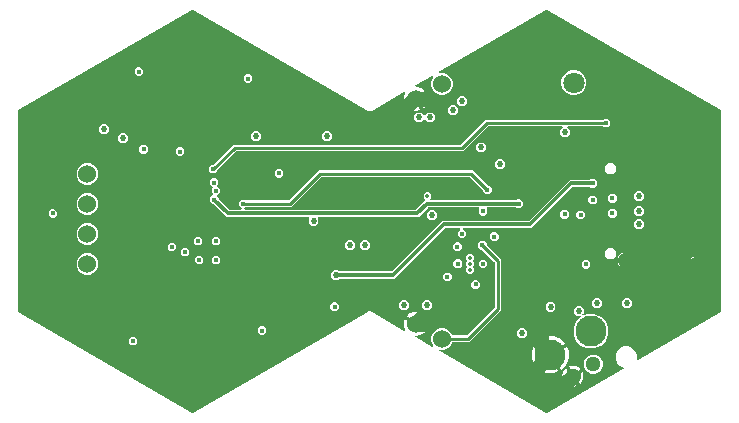
<source format=gbr>
G04 EAGLE Gerber RS-274X export*
G75*
%MOMM*%
%FSLAX34Y34*%
%LPD*%
%INCopper Layer 15*%
%IPPOS*%
%AMOC8*
5,1,8,0,0,1.08239X$1,22.5*%
G01*
%ADD10C,1.524000*%
%ADD11C,1.290000*%
%ADD12C,1.530000*%
%ADD13C,2.625000*%
%ADD14C,1.800000*%
%ADD15C,0.804800*%
%ADD16C,0.452400*%
%ADD17C,0.525000*%
%ADD18C,1.270000*%
%ADD19C,0.402400*%
%ADD20C,0.352400*%
%ADD21C,0.304800*%
%ADD22C,0.254000*%

G36*
X150814Y-81836D02*
X150814Y-81836D01*
X150870Y-81838D01*
X150935Y-81819D01*
X151002Y-81810D01*
X151075Y-81778D01*
X151106Y-81769D01*
X151123Y-81757D01*
X151156Y-81742D01*
X215508Y-44590D01*
X215525Y-44576D01*
X215545Y-44567D01*
X215619Y-44498D01*
X215698Y-44434D01*
X215710Y-44415D01*
X215726Y-44400D01*
X215775Y-44312D01*
X215829Y-44226D01*
X215834Y-44204D01*
X215844Y-44185D01*
X215863Y-44085D01*
X215886Y-43986D01*
X215884Y-43965D01*
X215888Y-43943D01*
X215873Y-43842D01*
X215864Y-43741D01*
X215856Y-43721D01*
X215852Y-43700D01*
X215806Y-43609D01*
X215766Y-43516D01*
X215751Y-43500D01*
X215741Y-43480D01*
X215669Y-43409D01*
X215600Y-43334D01*
X215581Y-43323D01*
X215565Y-43308D01*
X215418Y-43227D01*
X213063Y-42251D01*
X210524Y-39713D01*
X209150Y-36396D01*
X209150Y-32805D01*
X210524Y-29488D01*
X213063Y-26950D01*
X216380Y-25576D01*
X219970Y-25576D01*
X223287Y-26950D01*
X225825Y-29488D01*
X227199Y-32805D01*
X227199Y-36521D01*
X227215Y-36615D01*
X227223Y-36710D01*
X227235Y-36736D01*
X227239Y-36764D01*
X227284Y-36848D01*
X227322Y-36935D01*
X227341Y-36956D01*
X227354Y-36981D01*
X227423Y-37047D01*
X227487Y-37118D01*
X227512Y-37131D01*
X227533Y-37151D01*
X227619Y-37191D01*
X227702Y-37237D01*
X227730Y-37242D01*
X227756Y-37254D01*
X227850Y-37265D01*
X227944Y-37282D01*
X227972Y-37278D01*
X228000Y-37281D01*
X228093Y-37261D01*
X228188Y-37248D01*
X228220Y-37234D01*
X228240Y-37229D01*
X228269Y-37212D01*
X228341Y-37180D01*
X298370Y3249D01*
X298422Y3292D01*
X298480Y3327D01*
X298516Y3369D01*
X298560Y3405D01*
X298596Y3462D01*
X298640Y3514D01*
X298661Y3566D01*
X298691Y3613D01*
X298707Y3679D01*
X298732Y3742D01*
X298741Y3821D01*
X298748Y3853D01*
X298746Y3873D01*
X298750Y3909D01*
X298750Y173891D01*
X298739Y173958D01*
X298738Y174026D01*
X298720Y174079D01*
X298711Y174134D01*
X298679Y174194D01*
X298656Y174258D01*
X298622Y174302D01*
X298595Y174352D01*
X298546Y174398D01*
X298505Y174451D01*
X298441Y174498D01*
X298417Y174521D01*
X298398Y174530D01*
X298370Y174551D01*
X151156Y259542D01*
X151092Y259566D01*
X151033Y259599D01*
X150978Y259609D01*
X150926Y259629D01*
X150858Y259632D01*
X150792Y259644D01*
X150736Y259636D01*
X150680Y259638D01*
X150615Y259619D01*
X150548Y259610D01*
X150475Y259578D01*
X150444Y259569D01*
X150427Y259557D01*
X150394Y259542D01*
X60157Y207445D01*
X60120Y207415D01*
X60077Y207392D01*
X60025Y207338D01*
X59967Y207289D01*
X59941Y207249D01*
X59908Y207214D01*
X59876Y207145D01*
X59836Y207081D01*
X59825Y207034D01*
X59804Y206991D01*
X59796Y206916D01*
X59778Y206842D01*
X59783Y206794D01*
X59777Y206747D01*
X59793Y206672D01*
X59800Y206597D01*
X59819Y206553D01*
X59830Y206506D01*
X59868Y206441D01*
X59899Y206372D01*
X59931Y206336D01*
X59956Y206295D01*
X60013Y206246D01*
X60064Y206190D01*
X60106Y206166D01*
X60143Y206135D01*
X60213Y206107D01*
X60279Y206070D01*
X60326Y206061D01*
X60371Y206043D01*
X60499Y206029D01*
X60521Y206025D01*
X60528Y206026D01*
X60538Y206025D01*
X63737Y206025D01*
X67110Y204628D01*
X69690Y202047D01*
X71087Y198675D01*
X71087Y195025D01*
X69690Y191653D01*
X67110Y189072D01*
X63737Y187675D01*
X60088Y187675D01*
X56715Y189072D01*
X54135Y191653D01*
X52738Y195025D01*
X52738Y198675D01*
X54135Y202047D01*
X54592Y202504D01*
X54606Y202524D01*
X54624Y202539D01*
X54677Y202623D01*
X54735Y202704D01*
X54742Y202727D01*
X54755Y202747D01*
X54778Y202844D01*
X54807Y202939D01*
X54807Y202963D01*
X54812Y202986D01*
X54804Y203085D01*
X54801Y203185D01*
X54793Y203207D01*
X54791Y203231D01*
X54751Y203322D01*
X54717Y203416D01*
X54702Y203435D01*
X54692Y203457D01*
X54625Y203531D01*
X54563Y203608D01*
X54543Y203621D01*
X54527Y203639D01*
X54439Y203687D01*
X54356Y203741D01*
X54333Y203747D01*
X54312Y203758D01*
X54214Y203777D01*
X54118Y203801D01*
X54094Y203799D01*
X54070Y203803D01*
X53972Y203790D01*
X53872Y203782D01*
X53850Y203772D01*
X53826Y203769D01*
X53673Y203702D01*
X39919Y195761D01*
X39882Y195731D01*
X39840Y195708D01*
X39787Y195654D01*
X39729Y195605D01*
X39703Y195565D01*
X39670Y195530D01*
X39638Y195461D01*
X39598Y195397D01*
X39587Y195350D01*
X39567Y195307D01*
X39558Y195232D01*
X39540Y195158D01*
X39545Y195110D01*
X39539Y195063D01*
X39556Y194988D01*
X39562Y194913D01*
X39582Y194869D01*
X39592Y194822D01*
X39631Y194757D01*
X39661Y194688D01*
X39693Y194652D01*
X39718Y194611D01*
X39775Y194562D01*
X39826Y194506D01*
X39868Y194482D01*
X39905Y194451D01*
X39975Y194423D01*
X40041Y194386D01*
X40088Y194377D01*
X40133Y194359D01*
X40261Y194345D01*
X40283Y194341D01*
X40290Y194342D01*
X40300Y194341D01*
X40717Y194341D01*
X42302Y194090D01*
X43827Y193594D01*
X45257Y192866D01*
X46554Y191923D01*
X47688Y190789D01*
X47889Y190512D01*
X39814Y185850D01*
X39798Y185838D01*
X39780Y185830D01*
X39703Y185760D01*
X39623Y185694D01*
X39613Y185678D01*
X39598Y185664D01*
X39548Y185574D01*
X39493Y185486D01*
X39488Y185467D01*
X39478Y185449D01*
X39459Y185348D01*
X39435Y185247D01*
X39437Y185227D01*
X39433Y185207D01*
X39448Y185105D01*
X39457Y185002D01*
X39465Y184984D01*
X39468Y184964D01*
X39535Y184810D01*
X39917Y184150D01*
X39915Y184149D01*
X39534Y184809D01*
X39521Y184825D01*
X39513Y184843D01*
X39443Y184920D01*
X39378Y185000D01*
X39361Y185010D01*
X39348Y185025D01*
X39257Y185076D01*
X39170Y185131D01*
X39150Y185135D01*
X39133Y185145D01*
X39031Y185164D01*
X38930Y185188D01*
X38911Y185186D01*
X38891Y185190D01*
X38788Y185175D01*
X38685Y185166D01*
X38667Y185158D01*
X38647Y185155D01*
X38494Y185088D01*
X30412Y180422D01*
X29976Y181764D01*
X29725Y183348D01*
X29725Y184952D01*
X29976Y186536D01*
X30471Y188062D01*
X30925Y188953D01*
X30934Y188979D01*
X30949Y189003D01*
X30971Y189096D01*
X31000Y189187D01*
X30999Y189215D01*
X31006Y189242D01*
X30998Y189337D01*
X30996Y189433D01*
X30987Y189459D01*
X30984Y189487D01*
X30946Y189574D01*
X30914Y189665D01*
X30897Y189687D01*
X30886Y189712D01*
X30821Y189783D01*
X30762Y189858D01*
X30739Y189874D01*
X30720Y189894D01*
X30637Y189941D01*
X30557Y189993D01*
X30530Y190001D01*
X30505Y190014D01*
X30411Y190032D01*
X30319Y190056D01*
X30291Y190054D01*
X30263Y190059D01*
X30169Y190046D01*
X30074Y190039D01*
X30048Y190029D01*
X30020Y190025D01*
X29866Y189957D01*
X2434Y174120D01*
X2344Y174047D01*
X2255Y173976D01*
X2249Y173968D01*
X2244Y173964D01*
X2232Y173945D01*
X2155Y173841D01*
X2109Y173761D01*
X1653Y173639D01*
X1639Y173633D01*
X1623Y173631D01*
X1470Y173563D01*
X1061Y173327D01*
X972Y173351D01*
X858Y173362D01*
X744Y173376D01*
X734Y173375D01*
X727Y173375D01*
X705Y173370D01*
X578Y173351D01*
X489Y173327D01*
X80Y173563D01*
X66Y173569D01*
X53Y173578D01*
X-103Y173639D01*
X-559Y173761D01*
X-605Y173841D01*
X-678Y173930D01*
X-749Y174020D01*
X-757Y174026D01*
X-761Y174031D01*
X-780Y174043D01*
X-884Y174120D01*
X-148844Y259542D01*
X-148908Y259566D01*
X-148967Y259599D01*
X-149022Y259609D01*
X-149074Y259629D01*
X-149142Y259632D01*
X-149208Y259644D01*
X-149264Y259636D01*
X-149320Y259638D01*
X-149385Y259619D01*
X-149452Y259610D01*
X-149525Y259578D01*
X-149556Y259569D01*
X-149573Y259557D01*
X-149606Y259542D01*
X-296820Y174551D01*
X-296872Y174508D01*
X-296930Y174473D01*
X-296966Y174431D01*
X-297010Y174395D01*
X-297046Y174338D01*
X-297090Y174286D01*
X-297111Y174234D01*
X-297141Y174187D01*
X-297157Y174121D01*
X-297182Y174058D01*
X-297191Y173979D01*
X-297198Y173947D01*
X-297196Y173927D01*
X-297200Y173891D01*
X-297200Y3909D01*
X-297189Y3842D01*
X-297188Y3774D01*
X-297170Y3721D01*
X-297161Y3666D01*
X-297129Y3606D01*
X-297106Y3542D01*
X-297072Y3498D01*
X-297045Y3448D01*
X-296996Y3402D01*
X-296955Y3349D01*
X-296891Y3302D01*
X-296867Y3279D01*
X-296848Y3270D01*
X-296820Y3249D01*
X-149606Y-81742D01*
X-149542Y-81766D01*
X-149483Y-81799D01*
X-149428Y-81809D01*
X-149376Y-81829D01*
X-149308Y-81832D01*
X-149242Y-81844D01*
X-149186Y-81836D01*
X-149130Y-81838D01*
X-149065Y-81819D01*
X-148998Y-81810D01*
X-148925Y-81778D01*
X-148894Y-81769D01*
X-148877Y-81757D01*
X-148844Y-81742D01*
X-884Y3680D01*
X-794Y3753D01*
X-705Y3824D01*
X-699Y3832D01*
X-694Y3836D01*
X-682Y3855D01*
X-605Y3959D01*
X-559Y4039D01*
X-103Y4161D01*
X-89Y4167D01*
X-73Y4170D01*
X80Y4237D01*
X489Y4473D01*
X578Y4449D01*
X692Y4438D01*
X806Y4424D01*
X816Y4425D01*
X823Y4425D01*
X844Y4429D01*
X972Y4449D01*
X1061Y4473D01*
X1470Y4237D01*
X1484Y4231D01*
X1497Y4222D01*
X1653Y4161D01*
X2109Y4039D01*
X2155Y3959D01*
X2228Y3870D01*
X2299Y3780D01*
X2307Y3774D01*
X2311Y3769D01*
X2330Y3757D01*
X2434Y3680D01*
X29866Y-12157D01*
X29893Y-12167D01*
X29915Y-12183D01*
X30007Y-12211D01*
X30096Y-12244D01*
X30124Y-12245D01*
X30151Y-12253D01*
X30247Y-12250D01*
X30342Y-12253D01*
X30369Y-12245D01*
X30397Y-12244D01*
X30486Y-12211D01*
X30578Y-12184D01*
X30601Y-12167D01*
X30627Y-12158D01*
X30701Y-12097D01*
X30779Y-12042D01*
X30796Y-12020D01*
X30818Y-12002D01*
X30868Y-11921D01*
X30925Y-11844D01*
X30934Y-11817D01*
X30948Y-11794D01*
X30971Y-11701D01*
X31000Y-11610D01*
X30999Y-11582D01*
X31006Y-11554D01*
X30998Y-11459D01*
X30996Y-11364D01*
X30987Y-11337D01*
X30984Y-11309D01*
X30925Y-11153D01*
X30471Y-10262D01*
X29976Y-8736D01*
X29725Y-7152D01*
X29725Y-5548D01*
X29976Y-3964D01*
X30412Y-2622D01*
X38494Y-7288D01*
X38512Y-7295D01*
X38529Y-7307D01*
X38627Y-7338D01*
X38724Y-7375D01*
X38744Y-7376D01*
X38763Y-7382D01*
X38866Y-7380D01*
X38970Y-7384D01*
X38989Y-7378D01*
X39009Y-7378D01*
X39106Y-7344D01*
X39206Y-7314D01*
X39222Y-7303D01*
X39241Y-7296D01*
X39322Y-7232D01*
X39407Y-7173D01*
X39419Y-7157D01*
X39434Y-7145D01*
X39534Y-7009D01*
X39915Y-6349D01*
X39917Y-6350D01*
X39535Y-7010D01*
X39528Y-7029D01*
X39516Y-7045D01*
X39485Y-7144D01*
X39448Y-7240D01*
X39448Y-7260D01*
X39441Y-7279D01*
X39443Y-7383D01*
X39439Y-7486D01*
X39445Y-7505D01*
X39445Y-7525D01*
X39480Y-7623D01*
X39509Y-7722D01*
X39520Y-7738D01*
X39527Y-7757D01*
X39591Y-7839D01*
X39650Y-7923D01*
X39666Y-7935D01*
X39679Y-7951D01*
X39814Y-8050D01*
X47889Y-12712D01*
X47688Y-12989D01*
X46554Y-14123D01*
X45257Y-15066D01*
X43827Y-15794D01*
X42302Y-16290D01*
X40717Y-16541D01*
X40300Y-16541D01*
X40252Y-16548D01*
X40204Y-16547D01*
X40132Y-16568D01*
X40057Y-16580D01*
X40015Y-16603D01*
X39969Y-16617D01*
X39906Y-16660D01*
X39840Y-16696D01*
X39807Y-16730D01*
X39767Y-16758D01*
X39722Y-16819D01*
X39670Y-16874D01*
X39650Y-16917D01*
X39622Y-16956D01*
X39598Y-17028D01*
X39567Y-17097D01*
X39561Y-17145D01*
X39547Y-17190D01*
X39548Y-17266D01*
X39539Y-17341D01*
X39550Y-17388D01*
X39550Y-17436D01*
X39576Y-17508D01*
X39592Y-17582D01*
X39616Y-17623D01*
X39632Y-17668D01*
X39679Y-17728D01*
X39718Y-17793D01*
X39754Y-17824D01*
X39784Y-17862D01*
X39888Y-17938D01*
X39905Y-17953D01*
X39911Y-17955D01*
X39919Y-17961D01*
X53673Y-25902D01*
X53695Y-25910D01*
X53715Y-25924D01*
X53810Y-25953D01*
X53903Y-25989D01*
X53927Y-25989D01*
X53950Y-25997D01*
X54049Y-25994D01*
X54149Y-25998D01*
X54172Y-25991D01*
X54196Y-25990D01*
X54289Y-25956D01*
X54384Y-25928D01*
X54404Y-25914D01*
X54427Y-25906D01*
X54504Y-25844D01*
X54586Y-25786D01*
X54600Y-25767D01*
X54619Y-25752D01*
X54672Y-25669D01*
X54731Y-25588D01*
X54739Y-25565D01*
X54752Y-25545D01*
X54776Y-25449D01*
X54806Y-25354D01*
X54806Y-25330D01*
X54812Y-25307D01*
X54804Y-25208D01*
X54803Y-25108D01*
X54795Y-25085D01*
X54793Y-25061D01*
X54754Y-24970D01*
X54721Y-24876D01*
X54706Y-24857D01*
X54696Y-24835D01*
X54592Y-24704D01*
X54135Y-24247D01*
X52738Y-20875D01*
X52738Y-17225D01*
X54135Y-13853D01*
X56715Y-11272D01*
X60088Y-9875D01*
X63737Y-9875D01*
X67110Y-11272D01*
X69690Y-13853D01*
X70491Y-15785D01*
X70552Y-15885D01*
X70612Y-15985D01*
X70617Y-15989D01*
X70621Y-15994D01*
X70710Y-16069D01*
X70799Y-16145D01*
X70805Y-16147D01*
X70810Y-16151D01*
X70918Y-16193D01*
X71027Y-16237D01*
X71035Y-16238D01*
X71040Y-16239D01*
X71058Y-16240D01*
X71194Y-16255D01*
X82665Y-16255D01*
X82755Y-16241D01*
X82846Y-16233D01*
X82875Y-16221D01*
X82907Y-16216D01*
X82988Y-16173D01*
X83072Y-16137D01*
X83104Y-16111D01*
X83125Y-16100D01*
X83147Y-16077D01*
X83203Y-16032D01*
X106520Y7285D01*
X106573Y7359D01*
X106632Y7428D01*
X106645Y7458D01*
X106663Y7484D01*
X106690Y7571D01*
X106724Y7656D01*
X106729Y7697D01*
X106736Y7719D01*
X106735Y7752D01*
X106743Y7823D01*
X106743Y45092D01*
X106728Y45182D01*
X106721Y45273D01*
X106708Y45302D01*
X106703Y45334D01*
X106660Y45415D01*
X106625Y45499D01*
X106599Y45531D01*
X106588Y45552D01*
X106565Y45574D01*
X106520Y45630D01*
X96083Y56066D01*
X96009Y56119D01*
X95940Y56179D01*
X95910Y56191D01*
X95884Y56210D01*
X95797Y56237D01*
X95712Y56271D01*
X95671Y56275D01*
X95649Y56282D01*
X95616Y56281D01*
X95545Y56289D01*
X94457Y56289D01*
X92239Y58507D01*
X92239Y61645D01*
X94457Y63863D01*
X97595Y63863D01*
X99813Y61645D01*
X99813Y60557D01*
X99827Y60467D01*
X99835Y60376D01*
X99847Y60346D01*
X99852Y60314D01*
X99895Y60234D01*
X99931Y60150D01*
X99957Y60118D01*
X99968Y60097D01*
X99991Y60075D01*
X100036Y60019D01*
X112332Y47722D01*
X112332Y5192D01*
X87155Y-19985D01*
X85295Y-21845D01*
X71194Y-21845D01*
X71079Y-21864D01*
X70963Y-21881D01*
X70958Y-21883D01*
X70951Y-21884D01*
X70849Y-21939D01*
X70744Y-21992D01*
X70740Y-21997D01*
X70734Y-22000D01*
X70654Y-22084D01*
X70572Y-22168D01*
X70568Y-22174D01*
X70565Y-22178D01*
X70557Y-22195D01*
X70491Y-22315D01*
X69690Y-24247D01*
X67110Y-26828D01*
X63737Y-28225D01*
X60538Y-28225D01*
X60490Y-28232D01*
X60442Y-28231D01*
X60370Y-28252D01*
X60295Y-28264D01*
X60252Y-28287D01*
X60206Y-28301D01*
X60144Y-28344D01*
X60077Y-28380D01*
X60044Y-28414D01*
X60005Y-28442D01*
X59960Y-28503D01*
X59908Y-28558D01*
X59888Y-28601D01*
X59859Y-28640D01*
X59836Y-28712D01*
X59804Y-28781D01*
X59799Y-28829D01*
X59785Y-28874D01*
X59786Y-28950D01*
X59777Y-29025D01*
X59788Y-29072D01*
X59788Y-29120D01*
X59813Y-29192D01*
X59830Y-29266D01*
X59854Y-29307D01*
X59870Y-29352D01*
X59917Y-29412D01*
X59956Y-29477D01*
X59992Y-29508D01*
X60022Y-29546D01*
X60126Y-29622D01*
X60143Y-29637D01*
X60149Y-29639D01*
X60157Y-29645D01*
X150394Y-81742D01*
X150458Y-81766D01*
X150517Y-81799D01*
X150572Y-81809D01*
X150624Y-81829D01*
X150692Y-81832D01*
X150758Y-81844D01*
X150814Y-81836D01*
G37*
%LPC*%
G36*
X-48319Y76813D02*
X-48319Y76813D01*
X-50750Y79244D01*
X-50750Y82681D01*
X-50467Y82964D01*
X-50425Y83023D01*
X-50376Y83074D01*
X-50354Y83122D01*
X-50323Y83164D01*
X-50302Y83232D01*
X-50272Y83298D01*
X-50266Y83349D01*
X-50251Y83399D01*
X-50253Y83471D01*
X-50245Y83542D01*
X-50256Y83593D01*
X-50257Y83645D01*
X-50282Y83712D01*
X-50297Y83782D01*
X-50324Y83827D01*
X-50342Y83876D01*
X-50387Y83932D01*
X-50423Y83993D01*
X-50463Y84027D01*
X-50495Y84068D01*
X-50556Y84107D01*
X-50610Y84153D01*
X-50659Y84173D01*
X-50702Y84201D01*
X-50772Y84218D01*
X-50838Y84245D01*
X-50910Y84253D01*
X-50941Y84261D01*
X-50964Y84259D01*
X-51005Y84264D01*
X-120528Y84264D01*
X-131063Y94799D01*
X-131137Y94852D01*
X-131206Y94911D01*
X-131236Y94924D01*
X-131262Y94942D01*
X-131349Y94969D01*
X-131434Y95003D01*
X-131475Y95008D01*
X-131497Y95015D01*
X-131530Y95014D01*
X-131601Y95022D01*
X-132329Y95022D01*
X-134547Y97240D01*
X-134547Y100377D01*
X-132297Y102628D01*
X-132253Y102635D01*
X-132190Y102669D01*
X-132123Y102693D01*
X-132082Y102726D01*
X-132036Y102750D01*
X-131987Y102802D01*
X-131931Y102847D01*
X-131903Y102891D01*
X-131867Y102928D01*
X-131837Y102993D01*
X-131798Y103054D01*
X-131785Y103104D01*
X-131763Y103151D01*
X-131755Y103223D01*
X-131738Y103292D01*
X-131742Y103344D01*
X-131736Y103396D01*
X-131751Y103466D01*
X-131757Y103537D01*
X-131777Y103585D01*
X-131788Y103636D01*
X-131825Y103698D01*
X-131853Y103764D01*
X-131898Y103820D01*
X-131914Y103847D01*
X-131932Y103863D01*
X-131958Y103895D01*
X-132961Y104898D01*
X-132961Y107827D01*
X-132373Y108415D01*
X-132361Y108432D01*
X-132346Y108444D01*
X-132289Y108531D01*
X-132229Y108615D01*
X-132223Y108634D01*
X-132213Y108651D01*
X-132187Y108752D01*
X-132157Y108850D01*
X-132157Y108870D01*
X-132152Y108890D01*
X-132161Y108993D01*
X-132163Y109096D01*
X-132170Y109115D01*
X-132172Y109135D01*
X-132212Y109230D01*
X-132248Y109327D01*
X-132260Y109343D01*
X-132268Y109361D01*
X-132373Y109492D01*
X-134548Y111668D01*
X-134548Y114597D01*
X-132476Y116669D01*
X-129547Y116669D01*
X-127475Y114597D01*
X-127475Y111668D01*
X-128063Y111080D01*
X-128074Y111063D01*
X-128090Y111051D01*
X-128146Y110964D01*
X-128206Y110880D01*
X-128212Y110861D01*
X-128223Y110844D01*
X-128248Y110744D01*
X-128279Y110645D01*
X-128278Y110625D01*
X-128283Y110605D01*
X-128275Y110503D01*
X-128272Y110399D01*
X-128265Y110380D01*
X-128264Y110360D01*
X-128224Y110265D01*
X-128188Y110168D01*
X-128175Y110152D01*
X-128168Y110134D01*
X-128063Y110003D01*
X-125887Y107827D01*
X-125887Y104898D01*
X-128153Y102632D01*
X-128164Y102616D01*
X-128180Y102604D01*
X-128236Y102516D01*
X-128296Y102432D01*
X-128302Y102413D01*
X-128313Y102397D01*
X-128338Y102296D01*
X-128369Y102197D01*
X-128368Y102177D01*
X-128373Y102158D01*
X-128365Y102055D01*
X-128362Y101951D01*
X-128355Y101933D01*
X-128354Y101913D01*
X-128313Y101818D01*
X-128278Y101720D01*
X-128265Y101705D01*
X-128257Y101687D01*
X-128153Y101556D01*
X-126974Y100377D01*
X-126974Y99649D01*
X-126959Y99559D01*
X-126952Y99468D01*
X-126940Y99438D01*
X-126934Y99406D01*
X-126892Y99325D01*
X-126856Y99241D01*
X-126830Y99209D01*
X-126819Y99189D01*
X-126796Y99166D01*
X-126751Y99110D01*
X-118225Y90584D01*
X-118151Y90531D01*
X-118081Y90472D01*
X-118051Y90459D01*
X-118025Y90441D01*
X-117938Y90414D01*
X-117853Y90380D01*
X-117812Y90375D01*
X-117790Y90368D01*
X-117758Y90369D01*
X-117687Y90361D01*
X-108313Y90361D01*
X-108243Y90373D01*
X-108171Y90375D01*
X-108122Y90393D01*
X-108070Y90401D01*
X-108007Y90435D01*
X-107940Y90459D01*
X-107899Y90492D01*
X-107853Y90516D01*
X-107804Y90568D01*
X-107748Y90613D01*
X-107720Y90657D01*
X-107684Y90694D01*
X-107654Y90759D01*
X-107615Y90820D01*
X-107602Y90870D01*
X-107580Y90917D01*
X-107572Y90989D01*
X-107555Y91058D01*
X-107559Y91110D01*
X-107553Y91162D01*
X-107568Y91232D01*
X-107574Y91303D01*
X-107594Y91351D01*
X-107605Y91402D01*
X-107642Y91464D01*
X-107670Y91530D01*
X-107715Y91586D01*
X-107731Y91613D01*
X-107749Y91629D01*
X-107775Y91661D01*
X-109899Y93785D01*
X-109899Y96715D01*
X-107827Y98787D01*
X-104898Y98787D01*
X-104378Y98268D01*
X-104305Y98215D01*
X-104235Y98155D01*
X-104205Y98143D01*
X-104179Y98124D01*
X-104092Y98097D01*
X-104007Y98063D01*
X-103966Y98059D01*
X-103944Y98052D01*
X-103911Y98053D01*
X-103840Y98045D01*
X-68148Y98045D01*
X-68058Y98059D01*
X-67967Y98067D01*
X-67937Y98079D01*
X-67905Y98084D01*
X-67825Y98127D01*
X-67741Y98163D01*
X-67709Y98189D01*
X-67688Y98200D01*
X-67666Y98223D01*
X-67610Y98268D01*
X-42433Y123445D01*
X88170Y123445D01*
X100818Y110797D01*
X100892Y110744D01*
X100961Y110685D01*
X100991Y110672D01*
X101017Y110654D01*
X101104Y110627D01*
X101189Y110593D01*
X101230Y110588D01*
X101252Y110581D01*
X101285Y110582D01*
X101356Y110574D01*
X102090Y110574D01*
X104162Y108502D01*
X104162Y105573D01*
X102090Y103501D01*
X99160Y103501D01*
X97088Y105573D01*
X97088Y106307D01*
X97074Y106397D01*
X97066Y106488D01*
X97054Y106517D01*
X97049Y106549D01*
X97006Y106630D01*
X96970Y106714D01*
X96944Y106746D01*
X96933Y106767D01*
X96910Y106789D01*
X96865Y106845D01*
X86078Y117632D01*
X86004Y117685D01*
X85934Y117745D01*
X85904Y117757D01*
X85878Y117776D01*
X85791Y117803D01*
X85706Y117837D01*
X85665Y117841D01*
X85643Y117848D01*
X85611Y117847D01*
X85540Y117855D01*
X-39802Y117855D01*
X-39892Y117841D01*
X-39983Y117833D01*
X-40013Y117821D01*
X-40045Y117816D01*
X-40125Y117773D01*
X-40209Y117737D01*
X-40241Y117711D01*
X-40262Y117700D01*
X-40284Y117677D01*
X-40340Y117632D01*
X-65517Y92455D01*
X-103840Y92455D01*
X-103930Y92441D01*
X-104021Y92433D01*
X-104051Y92421D01*
X-104083Y92416D01*
X-104163Y92373D01*
X-104248Y92337D01*
X-104280Y92311D01*
X-104300Y92300D01*
X-104322Y92277D01*
X-104378Y92232D01*
X-104950Y91661D01*
X-104992Y91602D01*
X-105041Y91551D01*
X-105063Y91503D01*
X-105094Y91461D01*
X-105115Y91393D01*
X-105145Y91327D01*
X-105151Y91276D01*
X-105166Y91226D01*
X-105164Y91154D01*
X-105172Y91083D01*
X-105161Y91032D01*
X-105160Y90980D01*
X-105135Y90913D01*
X-105120Y90843D01*
X-105093Y90798D01*
X-105075Y90749D01*
X-105030Y90693D01*
X-104994Y90632D01*
X-104954Y90598D01*
X-104921Y90557D01*
X-104861Y90518D01*
X-104807Y90472D01*
X-104758Y90452D01*
X-104715Y90424D01*
X-104645Y90407D01*
X-104578Y90380D01*
X-104507Y90372D01*
X-104476Y90364D01*
X-104453Y90366D01*
X-104412Y90361D01*
X39697Y90361D01*
X39787Y90376D01*
X39878Y90383D01*
X39908Y90396D01*
X39940Y90401D01*
X40020Y90444D01*
X40104Y90479D01*
X40136Y90505D01*
X40157Y90516D01*
X40179Y90539D01*
X40235Y90584D01*
X47651Y98000D01*
X47662Y98016D01*
X47678Y98028D01*
X47734Y98116D01*
X47794Y98199D01*
X47800Y98218D01*
X47811Y98235D01*
X47836Y98336D01*
X47867Y98435D01*
X47866Y98454D01*
X47871Y98474D01*
X47863Y98577D01*
X47860Y98680D01*
X47853Y98699D01*
X47852Y98719D01*
X47811Y98814D01*
X47776Y98911D01*
X47763Y98927D01*
X47755Y98945D01*
X47651Y99076D01*
X46488Y100239D01*
X46488Y102961D01*
X48414Y104887D01*
X51136Y104887D01*
X53062Y102961D01*
X53062Y100239D01*
X52421Y99598D01*
X52380Y99540D01*
X52330Y99488D01*
X52308Y99441D01*
X52278Y99399D01*
X52257Y99330D01*
X52227Y99265D01*
X52221Y99213D01*
X52205Y99163D01*
X52207Y99092D01*
X52199Y99021D01*
X52211Y98970D01*
X52212Y98918D01*
X52236Y98850D01*
X52252Y98780D01*
X52278Y98735D01*
X52296Y98687D01*
X52341Y98631D01*
X52378Y98569D01*
X52417Y98535D01*
X52450Y98495D01*
X52510Y98456D01*
X52565Y98409D01*
X52613Y98390D01*
X52657Y98362D01*
X52726Y98344D01*
X52793Y98317D01*
X52864Y98309D01*
X52895Y98301D01*
X52919Y98303D01*
X52960Y98299D01*
X124378Y98299D01*
X124468Y98313D01*
X124559Y98321D01*
X124589Y98333D01*
X124621Y98338D01*
X124702Y98381D01*
X124785Y98417D01*
X124818Y98443D01*
X124838Y98454D01*
X124860Y98477D01*
X124916Y98522D01*
X125431Y99037D01*
X128569Y99037D01*
X130787Y96819D01*
X130787Y93681D01*
X128569Y91463D01*
X125431Y91463D01*
X124916Y91978D01*
X124842Y92031D01*
X124773Y92091D01*
X124743Y92103D01*
X124717Y92122D01*
X124630Y92149D01*
X124545Y92183D01*
X124504Y92187D01*
X124482Y92194D01*
X124449Y92193D01*
X124378Y92201D01*
X100729Y92201D01*
X100659Y92190D01*
X100587Y92188D01*
X100538Y92170D01*
X100487Y92162D01*
X100423Y92128D01*
X100356Y92103D01*
X100315Y92071D01*
X100269Y92046D01*
X100220Y91995D01*
X100164Y91950D01*
X100136Y91906D01*
X100100Y91868D01*
X100070Y91803D01*
X100031Y91743D01*
X100018Y91692D01*
X99996Y91645D01*
X99988Y91574D01*
X99971Y91504D01*
X99975Y91452D01*
X99969Y91401D01*
X99984Y91330D01*
X99990Y91259D01*
X100010Y91211D01*
X100021Y91160D01*
X100058Y91099D01*
X100086Y91033D01*
X100131Y90977D01*
X100148Y90949D01*
X100165Y90934D01*
X100191Y90902D01*
X100624Y90469D01*
X100624Y87331D01*
X98406Y85113D01*
X95269Y85113D01*
X93051Y87331D01*
X93051Y90469D01*
X93484Y90902D01*
X93526Y90960D01*
X93575Y91012D01*
X93597Y91059D01*
X93628Y91101D01*
X93649Y91170D01*
X93679Y91235D01*
X93685Y91287D01*
X93700Y91337D01*
X93698Y91408D01*
X93706Y91479D01*
X93695Y91530D01*
X93694Y91582D01*
X93669Y91650D01*
X93654Y91720D01*
X93627Y91765D01*
X93609Y91813D01*
X93564Y91869D01*
X93527Y91931D01*
X93488Y91965D01*
X93455Y92005D01*
X93395Y92044D01*
X93341Y92091D01*
X93292Y92110D01*
X93248Y92138D01*
X93179Y92156D01*
X93112Y92183D01*
X93041Y92191D01*
X93010Y92199D01*
X92987Y92197D01*
X92946Y92201D01*
X50791Y92201D01*
X50701Y92187D01*
X50610Y92179D01*
X50580Y92167D01*
X50548Y92162D01*
X50467Y92119D01*
X50383Y92083D01*
X50351Y92057D01*
X50331Y92046D01*
X50308Y92023D01*
X50252Y91978D01*
X42538Y84264D01*
X-42195Y84264D01*
X-42266Y84252D01*
X-42337Y84250D01*
X-42386Y84232D01*
X-42438Y84224D01*
X-42501Y84191D01*
X-42568Y84166D01*
X-42609Y84133D01*
X-42655Y84109D01*
X-42704Y84057D01*
X-42760Y84012D01*
X-42788Y83968D01*
X-42824Y83931D01*
X-42855Y83865D01*
X-42893Y83805D01*
X-42906Y83755D01*
X-42928Y83708D01*
X-42936Y83636D01*
X-42953Y83567D01*
X-42949Y83515D01*
X-42955Y83463D01*
X-42940Y83393D01*
X-42934Y83321D01*
X-42914Y83274D01*
X-42903Y83223D01*
X-42866Y83161D01*
X-42838Y83095D01*
X-42793Y83039D01*
X-42777Y83012D01*
X-42759Y82996D01*
X-42733Y82964D01*
X-42450Y82681D01*
X-42450Y79244D01*
X-44881Y76813D01*
X-48319Y76813D01*
G37*
%LPD*%
%LPC*%
G36*
X-133054Y120918D02*
X-133054Y120918D01*
X-135125Y122990D01*
X-135125Y125920D01*
X-133054Y127992D01*
X-132320Y127992D01*
X-132230Y128006D01*
X-132139Y128014D01*
X-132109Y128026D01*
X-132077Y128031D01*
X-131996Y128074D01*
X-131912Y128110D01*
X-131880Y128136D01*
X-131860Y128147D01*
X-131837Y128170D01*
X-131781Y128215D01*
X-114608Y145388D01*
X77620Y145388D01*
X77710Y145402D01*
X77801Y145410D01*
X77831Y145422D01*
X77863Y145427D01*
X77943Y145470D01*
X78027Y145506D01*
X78059Y145532D01*
X78080Y145543D01*
X78102Y145566D01*
X78158Y145611D01*
X98855Y166307D01*
X198528Y166307D01*
X198618Y166322D01*
X198709Y166329D01*
X198738Y166342D01*
X198770Y166347D01*
X198851Y166390D01*
X198935Y166425D01*
X198967Y166451D01*
X198988Y166462D01*
X199002Y166477D01*
X199004Y166478D01*
X199013Y166488D01*
X199066Y166530D01*
X199585Y167049D01*
X202515Y167049D01*
X204587Y164977D01*
X204587Y162048D01*
X202515Y159976D01*
X199585Y159976D01*
X199066Y160495D01*
X198992Y160548D01*
X198923Y160607D01*
X198892Y160620D01*
X198866Y160638D01*
X198779Y160665D01*
X198694Y160699D01*
X198653Y160704D01*
X198631Y160711D01*
X198599Y160710D01*
X198528Y160718D01*
X168934Y160718D01*
X168863Y160706D01*
X168791Y160704D01*
X168742Y160686D01*
X168691Y160678D01*
X168628Y160644D01*
X168560Y160620D01*
X168520Y160587D01*
X168474Y160563D01*
X168424Y160511D01*
X168368Y160466D01*
X168340Y160422D01*
X168304Y160385D01*
X168274Y160320D01*
X168235Y160259D01*
X168222Y160209D01*
X168201Y160162D01*
X168193Y160090D01*
X168175Y160021D01*
X168179Y159969D01*
X168173Y159917D01*
X168189Y159847D01*
X168194Y159776D01*
X168215Y159728D01*
X168226Y159677D01*
X168262Y159615D01*
X168291Y159549D01*
X168335Y159493D01*
X168352Y159466D01*
X168370Y159450D01*
X168395Y159418D01*
X170520Y157294D01*
X170520Y153856D01*
X168089Y151425D01*
X164651Y151425D01*
X162220Y153856D01*
X162220Y157294D01*
X164345Y159418D01*
X164386Y159476D01*
X164436Y159528D01*
X164458Y159576D01*
X164488Y159618D01*
X164509Y159686D01*
X164539Y159752D01*
X164545Y159803D01*
X164561Y159853D01*
X164559Y159925D01*
X164567Y159996D01*
X164556Y160047D01*
X164554Y160099D01*
X164530Y160166D01*
X164514Y160236D01*
X164488Y160281D01*
X164470Y160330D01*
X164425Y160386D01*
X164388Y160447D01*
X164349Y160481D01*
X164316Y160522D01*
X164256Y160561D01*
X164201Y160607D01*
X164153Y160627D01*
X164109Y160655D01*
X164040Y160672D01*
X163973Y160699D01*
X163902Y160707D01*
X163871Y160715D01*
X163847Y160713D01*
X163806Y160718D01*
X101485Y160718D01*
X101395Y160703D01*
X101304Y160696D01*
X101275Y160683D01*
X101243Y160678D01*
X101162Y160635D01*
X101078Y160600D01*
X101046Y160574D01*
X101025Y160563D01*
X101003Y160540D01*
X100947Y160495D01*
X80251Y139798D01*
X-111978Y139798D01*
X-112068Y139784D01*
X-112159Y139776D01*
X-112189Y139764D01*
X-112221Y139759D01*
X-112301Y139716D01*
X-112385Y139680D01*
X-112417Y139654D01*
X-112438Y139643D01*
X-112460Y139620D01*
X-112516Y139575D01*
X-127829Y124262D01*
X-127882Y124188D01*
X-127942Y124119D01*
X-127954Y124089D01*
X-127973Y124063D01*
X-127999Y123976D01*
X-128034Y123891D01*
X-128038Y123850D01*
X-128045Y123828D01*
X-128044Y123795D01*
X-128052Y123724D01*
X-128052Y122990D01*
X-130124Y120918D01*
X-133054Y120918D01*
G37*
%LPD*%
%LPC*%
G36*
X-29731Y30775D02*
X-29731Y30775D01*
X-32162Y33206D01*
X-32162Y36644D01*
X-29731Y39075D01*
X-26294Y39075D01*
X-25416Y38197D01*
X-25342Y38144D01*
X-25272Y38084D01*
X-25242Y38072D01*
X-25216Y38053D01*
X-25129Y38026D01*
X-25044Y37992D01*
X-25003Y37988D01*
X-24981Y37981D01*
X-24949Y37982D01*
X-24877Y37974D01*
X19059Y37974D01*
X19149Y37988D01*
X19240Y37996D01*
X19270Y38008D01*
X19302Y38013D01*
X19383Y38056D01*
X19467Y38092D01*
X19499Y38118D01*
X19519Y38129D01*
X19542Y38152D01*
X19598Y38197D01*
X62237Y80836D01*
X134947Y80836D01*
X135037Y80851D01*
X135128Y80858D01*
X135158Y80871D01*
X135190Y80876D01*
X135270Y80919D01*
X135354Y80954D01*
X135386Y80980D01*
X135407Y80991D01*
X135429Y81014D01*
X135485Y81059D01*
X170187Y115761D01*
X187102Y115761D01*
X187192Y115776D01*
X187283Y115783D01*
X187313Y115796D01*
X187345Y115801D01*
X187426Y115844D01*
X187509Y115879D01*
X187542Y115905D01*
X187562Y115916D01*
X187584Y115939D01*
X187640Y115984D01*
X188155Y116499D01*
X191293Y116499D01*
X193511Y114281D01*
X193511Y111144D01*
X191293Y108926D01*
X188155Y108926D01*
X187640Y109441D01*
X187566Y109494D01*
X187497Y109553D01*
X187467Y109566D01*
X187441Y109584D01*
X187354Y109611D01*
X187269Y109645D01*
X187228Y109650D01*
X187206Y109657D01*
X187173Y109656D01*
X187102Y109664D01*
X173028Y109664D01*
X172938Y109649D01*
X172847Y109642D01*
X172817Y109629D01*
X172785Y109624D01*
X172705Y109581D01*
X172621Y109546D01*
X172589Y109520D01*
X172568Y109509D01*
X172546Y109486D01*
X172490Y109441D01*
X137788Y74739D01*
X80763Y74739D01*
X80693Y74727D01*
X80621Y74725D01*
X80572Y74707D01*
X80520Y74699D01*
X80457Y74665D01*
X80390Y74641D01*
X80349Y74608D01*
X80303Y74584D01*
X80254Y74532D01*
X80198Y74487D01*
X80170Y74443D01*
X80134Y74406D01*
X80104Y74341D01*
X80065Y74280D01*
X80052Y74230D01*
X80030Y74183D01*
X80022Y74111D01*
X80005Y74042D01*
X80009Y73990D01*
X80003Y73938D01*
X80018Y73868D01*
X80024Y73797D01*
X80044Y73749D01*
X80055Y73698D01*
X80092Y73636D01*
X80120Y73570D01*
X80165Y73514D01*
X80181Y73487D01*
X80199Y73471D01*
X80225Y73439D01*
X82349Y71315D01*
X82349Y68385D01*
X80277Y66313D01*
X77348Y66313D01*
X75276Y68385D01*
X75276Y71315D01*
X77400Y73439D01*
X77442Y73497D01*
X77491Y73549D01*
X77513Y73597D01*
X77544Y73639D01*
X77565Y73707D01*
X77595Y73773D01*
X77601Y73824D01*
X77616Y73874D01*
X77614Y73946D01*
X77622Y74017D01*
X77611Y74068D01*
X77610Y74120D01*
X77585Y74187D01*
X77570Y74257D01*
X77543Y74302D01*
X77525Y74351D01*
X77480Y74407D01*
X77444Y74468D01*
X77404Y74502D01*
X77371Y74543D01*
X77311Y74582D01*
X77257Y74628D01*
X77208Y74648D01*
X77165Y74676D01*
X77095Y74693D01*
X77028Y74720D01*
X76957Y74728D01*
X76926Y74736D01*
X76903Y74734D01*
X76862Y74739D01*
X65078Y74739D01*
X64988Y74724D01*
X64897Y74717D01*
X64867Y74704D01*
X64835Y74699D01*
X64755Y74656D01*
X64671Y74621D01*
X64639Y74595D01*
X64618Y74584D01*
X64596Y74561D01*
X64540Y74516D01*
X21900Y31876D01*
X-24877Y31876D01*
X-24967Y31862D01*
X-25058Y31854D01*
X-25088Y31842D01*
X-25120Y31837D01*
X-25201Y31794D01*
X-25285Y31758D01*
X-25317Y31732D01*
X-25337Y31721D01*
X-25360Y31698D01*
X-25416Y31653D01*
X-26294Y30775D01*
X-29731Y30775D01*
G37*
%LPD*%
%LPC*%
G36*
X185270Y-27305D02*
X185270Y-27305D01*
X179886Y-25075D01*
X175765Y-20954D01*
X173535Y-15570D01*
X173535Y-9742D01*
X175765Y-4357D01*
X179239Y-883D01*
X179281Y-825D01*
X179331Y-773D01*
X179353Y-725D01*
X179383Y-683D01*
X179404Y-615D01*
X179434Y-549D01*
X179440Y-498D01*
X179455Y-448D01*
X179454Y-376D01*
X179461Y-305D01*
X179450Y-254D01*
X179449Y-202D01*
X179424Y-135D01*
X179409Y-65D01*
X179382Y-20D01*
X179365Y29D01*
X179320Y85D01*
X179283Y147D01*
X179243Y180D01*
X179211Y221D01*
X179151Y260D01*
X179096Y306D01*
X179048Y326D01*
X179004Y354D01*
X178934Y372D01*
X178868Y398D01*
X178797Y406D01*
X178765Y414D01*
X178742Y412D01*
X178701Y417D01*
X176260Y417D01*
X173829Y2848D01*
X173829Y6285D01*
X176260Y8716D01*
X179698Y8716D01*
X182129Y6285D01*
X182129Y2848D01*
X181156Y1875D01*
X181099Y1796D01*
X181037Y1721D01*
X181028Y1696D01*
X181012Y1675D01*
X180984Y1582D01*
X180949Y1491D01*
X180948Y1465D01*
X180940Y1440D01*
X180943Y1343D01*
X180938Y1246D01*
X180946Y1220D01*
X180946Y1194D01*
X180980Y1103D01*
X181007Y1009D01*
X181022Y988D01*
X181031Y963D01*
X181092Y887D01*
X181147Y807D01*
X181168Y792D01*
X181185Y771D01*
X181267Y719D01*
X181345Y660D01*
X181369Y652D01*
X181392Y638D01*
X181486Y614D01*
X181579Y584D01*
X181605Y585D01*
X181630Y578D01*
X181727Y586D01*
X181824Y587D01*
X181856Y596D01*
X181875Y597D01*
X181906Y610D01*
X181986Y633D01*
X185270Y1994D01*
X191098Y1994D01*
X196483Y-236D01*
X200604Y-4357D01*
X202834Y-9742D01*
X202834Y-15570D01*
X200604Y-20954D01*
X196483Y-25075D01*
X191098Y-27305D01*
X185270Y-27305D01*
G37*
%LPD*%
%LPC*%
G36*
X171453Y187278D02*
X171453Y187278D01*
X167585Y188880D01*
X164625Y191841D01*
X163022Y195709D01*
X163022Y199896D01*
X164625Y203765D01*
X167585Y206725D01*
X171453Y208328D01*
X175640Y208328D01*
X179509Y206725D01*
X182469Y203765D01*
X184072Y199896D01*
X184072Y195709D01*
X182469Y191841D01*
X179509Y188880D01*
X175640Y187278D01*
X171453Y187278D01*
G37*
%LPD*%
%LPC*%
G36*
X-239944Y35305D02*
X-239944Y35305D01*
X-243305Y36697D01*
X-245878Y39270D01*
X-247270Y42631D01*
X-247270Y46269D01*
X-245878Y49630D01*
X-243305Y52203D01*
X-239944Y53595D01*
X-236306Y53595D01*
X-232945Y52203D01*
X-230372Y49630D01*
X-228980Y46269D01*
X-228980Y42631D01*
X-230372Y39270D01*
X-232945Y36697D01*
X-236306Y35305D01*
X-239944Y35305D01*
G37*
%LPD*%
%LPC*%
G36*
X-239944Y111505D02*
X-239944Y111505D01*
X-243305Y112897D01*
X-245878Y115470D01*
X-247270Y118831D01*
X-247270Y122469D01*
X-245878Y125830D01*
X-243305Y128403D01*
X-239944Y129795D01*
X-236306Y129795D01*
X-232945Y128403D01*
X-230372Y125830D01*
X-228980Y122469D01*
X-228980Y118831D01*
X-230372Y115470D01*
X-232945Y112897D01*
X-236306Y111505D01*
X-239944Y111505D01*
G37*
%LPD*%
%LPC*%
G36*
X-239944Y60705D02*
X-239944Y60705D01*
X-243305Y62097D01*
X-245878Y64670D01*
X-247270Y68031D01*
X-247270Y71669D01*
X-245878Y75030D01*
X-243305Y77603D01*
X-239944Y78995D01*
X-236306Y78995D01*
X-232945Y77603D01*
X-230372Y75030D01*
X-228980Y71669D01*
X-228980Y68031D01*
X-230372Y64670D01*
X-232945Y62097D01*
X-236306Y60705D01*
X-239944Y60705D01*
G37*
%LPD*%
%LPC*%
G36*
X-239944Y86105D02*
X-239944Y86105D01*
X-243305Y87497D01*
X-245878Y90070D01*
X-247270Y93431D01*
X-247270Y97069D01*
X-245878Y100430D01*
X-243305Y103003D01*
X-239944Y104395D01*
X-236306Y104395D01*
X-232945Y103003D01*
X-230372Y100430D01*
X-228980Y97069D01*
X-228980Y93431D01*
X-230372Y90070D01*
X-232945Y87497D01*
X-236306Y86105D01*
X-239944Y86105D01*
G37*
%LPD*%
%LPC*%
G36*
X188596Y-48684D02*
X188596Y-48684D01*
X185665Y-47470D01*
X183422Y-45227D01*
X182208Y-42295D01*
X182208Y-39123D01*
X183422Y-36192D01*
X185665Y-33949D01*
X188596Y-32734D01*
X191769Y-32734D01*
X194700Y-33949D01*
X196943Y-36192D01*
X198157Y-39123D01*
X198157Y-42295D01*
X196943Y-45227D01*
X194700Y-47470D01*
X191769Y-48684D01*
X188596Y-48684D01*
G37*
%LPD*%
%LPC*%
G36*
X155970Y-33013D02*
X155970Y-33013D01*
X168162Y-25975D01*
X168756Y-27409D01*
X169287Y-29393D01*
X169555Y-31429D01*
X169555Y-33482D01*
X169287Y-35519D01*
X168756Y-37502D01*
X167970Y-39399D01*
X166943Y-41178D01*
X165693Y-42807D01*
X164241Y-44259D01*
X163009Y-45204D01*
X155970Y-33013D01*
G37*
%LPD*%
%LPC*%
G36*
X152863Y-48121D02*
X152863Y-48121D01*
X150827Y-47853D01*
X148843Y-47322D01*
X146946Y-46536D01*
X145168Y-45509D01*
X143538Y-44259D01*
X142086Y-42807D01*
X141141Y-41575D01*
X153332Y-34536D01*
X160371Y-46728D01*
X158936Y-47322D01*
X156953Y-47853D01*
X154916Y-48121D01*
X152863Y-48121D01*
G37*
%LPD*%
%LPC*%
G36*
X139024Y-37502D02*
X139024Y-37502D01*
X138492Y-35519D01*
X138224Y-33482D01*
X138224Y-31429D01*
X138492Y-29393D01*
X139024Y-27409D01*
X139809Y-25512D01*
X140836Y-23734D01*
X142086Y-22104D01*
X143538Y-20652D01*
X144770Y-19707D01*
X151809Y-31898D01*
X139618Y-38937D01*
X139024Y-37502D01*
G37*
%LPD*%
%LPC*%
G36*
X147409Y-18184D02*
X147409Y-18184D01*
X148843Y-17590D01*
X150827Y-17058D01*
X152863Y-16790D01*
X154916Y-16790D01*
X156953Y-17058D01*
X158936Y-17590D01*
X160833Y-18375D01*
X162612Y-19402D01*
X164241Y-20652D01*
X165693Y-22104D01*
X166638Y-23336D01*
X154447Y-30375D01*
X147409Y-18184D01*
G37*
%LPD*%
%LPC*%
G36*
X41144Y164125D02*
X41144Y164125D01*
X38713Y166556D01*
X38713Y169994D01*
X41144Y172425D01*
X44581Y172425D01*
X46990Y170016D01*
X47006Y170005D01*
X47018Y169989D01*
X47106Y169933D01*
X47189Y169873D01*
X47208Y169867D01*
X47225Y169856D01*
X47326Y169831D01*
X47425Y169800D01*
X47444Y169801D01*
X47464Y169796D01*
X47567Y169804D01*
X47670Y169807D01*
X47689Y169814D01*
X47709Y169815D01*
X47804Y169856D01*
X47901Y169891D01*
X47917Y169904D01*
X47935Y169912D01*
X48066Y170016D01*
X50475Y172425D01*
X53912Y172425D01*
X56343Y169994D01*
X56343Y166556D01*
X53912Y164125D01*
X50475Y164125D01*
X48066Y166534D01*
X48050Y166545D01*
X48038Y166561D01*
X47950Y166617D01*
X47867Y166677D01*
X47848Y166683D01*
X47831Y166694D01*
X47730Y166719D01*
X47631Y166750D01*
X47612Y166749D01*
X47592Y166754D01*
X47489Y166746D01*
X47386Y166743D01*
X47367Y166736D01*
X47347Y166735D01*
X47252Y166694D01*
X47155Y166659D01*
X47139Y166646D01*
X47121Y166638D01*
X46990Y166534D01*
X44581Y164125D01*
X41144Y164125D01*
G37*
%LPD*%
%LPC*%
G36*
X84364Y36163D02*
X84364Y36163D01*
X82438Y38089D01*
X82438Y40811D01*
X83039Y41412D01*
X83050Y41428D01*
X83066Y41440D01*
X83122Y41528D01*
X83182Y41611D01*
X83188Y41630D01*
X83199Y41647D01*
X83224Y41748D01*
X83254Y41847D01*
X83254Y41866D01*
X83259Y41886D01*
X83251Y41989D01*
X83248Y42092D01*
X83241Y42111D01*
X83240Y42131D01*
X83199Y42226D01*
X83164Y42323D01*
X83151Y42339D01*
X83143Y42357D01*
X83039Y42488D01*
X82438Y43089D01*
X82438Y45811D01*
X83039Y46412D01*
X83050Y46428D01*
X83066Y46440D01*
X83122Y46528D01*
X83182Y46611D01*
X83188Y46630D01*
X83199Y46647D01*
X83224Y46748D01*
X83254Y46847D01*
X83254Y46866D01*
X83259Y46886D01*
X83251Y46989D01*
X83248Y47092D01*
X83241Y47111D01*
X83240Y47131D01*
X83199Y47226D01*
X83164Y47323D01*
X83151Y47339D01*
X83143Y47357D01*
X83039Y47488D01*
X82438Y48089D01*
X82438Y50811D01*
X84364Y52737D01*
X87086Y52737D01*
X89012Y50811D01*
X89012Y48089D01*
X88411Y47488D01*
X88400Y47472D01*
X88384Y47460D01*
X88328Y47372D01*
X88268Y47289D01*
X88262Y47270D01*
X88251Y47253D01*
X88226Y47152D01*
X88196Y47053D01*
X88196Y47034D01*
X88191Y47014D01*
X88199Y46911D01*
X88202Y46808D01*
X88209Y46789D01*
X88210Y46769D01*
X88251Y46674D01*
X88286Y46577D01*
X88299Y46561D01*
X88307Y46543D01*
X88411Y46412D01*
X89012Y45811D01*
X89012Y43089D01*
X88411Y42488D01*
X88400Y42472D01*
X88384Y42460D01*
X88328Y42372D01*
X88268Y42289D01*
X88262Y42270D01*
X88251Y42253D01*
X88226Y42152D01*
X88196Y42053D01*
X88196Y42034D01*
X88191Y42014D01*
X88199Y41911D01*
X88202Y41808D01*
X88209Y41789D01*
X88210Y41769D01*
X88251Y41674D01*
X88286Y41577D01*
X88299Y41561D01*
X88307Y41543D01*
X88411Y41412D01*
X89012Y40811D01*
X89012Y38089D01*
X87086Y36163D01*
X84364Y36163D01*
G37*
%LPD*%
%LPC*%
G36*
X202810Y48125D02*
X202810Y48125D01*
X200013Y50922D01*
X200013Y54878D01*
X202810Y57675D01*
X206765Y57675D01*
X209562Y54878D01*
X209562Y50922D01*
X206765Y48125D01*
X202810Y48125D01*
G37*
%LPD*%
%LPC*%
G36*
X202810Y120125D02*
X202810Y120125D01*
X200013Y122922D01*
X200013Y126878D01*
X202810Y129675D01*
X206765Y129675D01*
X209562Y126878D01*
X209562Y122922D01*
X206765Y120125D01*
X202810Y120125D01*
G37*
%LPD*%
%LPC*%
G36*
X134087Y222344D02*
X134087Y222344D01*
X134433Y222821D01*
X135718Y224105D01*
X137188Y225173D01*
X138806Y225998D01*
X140534Y226559D01*
X142328Y226844D01*
X144144Y226844D01*
X145938Y226559D01*
X147654Y226002D01*
X142679Y217384D01*
X134087Y222344D01*
G37*
%LPD*%
%LPC*%
G36*
X145317Y215860D02*
X145317Y215860D01*
X150277Y224452D01*
X150754Y224106D01*
X152039Y222821D01*
X153107Y221351D01*
X153931Y219733D01*
X154493Y218005D01*
X154777Y216211D01*
X154777Y214395D01*
X154493Y212600D01*
X153935Y210885D01*
X145317Y215860D01*
G37*
%LPD*%
%LPC*%
G36*
X142328Y203762D02*
X142328Y203762D01*
X140534Y204046D01*
X138818Y204604D01*
X143794Y213222D01*
X152385Y208262D01*
X152039Y207784D01*
X150754Y206500D01*
X149285Y205432D01*
X147666Y204608D01*
X145938Y204046D01*
X144144Y203762D01*
X142328Y203762D01*
G37*
%LPD*%
%LPC*%
G36*
X135718Y206500D02*
X135718Y206500D01*
X134433Y207784D01*
X133365Y209254D01*
X132541Y210873D01*
X131979Y212600D01*
X131695Y214395D01*
X131695Y216211D01*
X131979Y218005D01*
X132537Y219721D01*
X141155Y214745D01*
X136195Y206153D01*
X135718Y206500D01*
G37*
%LPD*%
%LPC*%
G36*
X47494Y5375D02*
X47494Y5375D01*
X45063Y7806D01*
X45063Y11244D01*
X47494Y13675D01*
X50931Y13675D01*
X53362Y11244D01*
X53362Y7806D01*
X50931Y5375D01*
X47494Y5375D01*
G37*
%LPD*%
%LPC*%
G36*
X28444Y5375D02*
X28444Y5375D01*
X26013Y7806D01*
X26013Y11244D01*
X28444Y13675D01*
X31881Y13675D01*
X34312Y11244D01*
X34312Y7806D01*
X31881Y5375D01*
X28444Y5375D01*
G37*
%LPD*%
%LPC*%
G36*
X152269Y3788D02*
X152269Y3788D01*
X149838Y6219D01*
X149838Y9656D01*
X152269Y12087D01*
X155706Y12087D01*
X158137Y9656D01*
X158137Y6219D01*
X155706Y3788D01*
X152269Y3788D01*
G37*
%LPD*%
%LPC*%
G36*
X226881Y84750D02*
X226881Y84750D01*
X224450Y87181D01*
X224450Y90619D01*
X226881Y93050D01*
X230319Y93050D01*
X232750Y90619D01*
X232750Y87181D01*
X230319Y84750D01*
X226881Y84750D01*
G37*
%LPD*%
%LPC*%
G36*
X77656Y178413D02*
X77656Y178413D01*
X75225Y180844D01*
X75225Y184281D01*
X77656Y186712D01*
X81094Y186712D01*
X83525Y184281D01*
X83525Y180844D01*
X81094Y178413D01*
X77656Y178413D01*
G37*
%LPD*%
%LPC*%
G36*
X52256Y81575D02*
X52256Y81575D01*
X49825Y84006D01*
X49825Y87444D01*
X52256Y89875D01*
X55694Y89875D01*
X58125Y87444D01*
X58125Y84006D01*
X55694Y81575D01*
X52256Y81575D01*
G37*
%LPD*%
%LPC*%
G36*
X69719Y170475D02*
X69719Y170475D01*
X67288Y172906D01*
X67288Y176344D01*
X69719Y178775D01*
X73156Y178775D01*
X75587Y176344D01*
X75587Y172906D01*
X73156Y170475D01*
X69719Y170475D01*
G37*
%LPD*%
%LPC*%
G36*
X-225444Y154600D02*
X-225444Y154600D01*
X-227875Y157031D01*
X-227875Y160469D01*
X-225444Y162900D01*
X-222006Y162900D01*
X-219575Y160469D01*
X-219575Y157031D01*
X-222006Y154600D01*
X-225444Y154600D01*
G37*
%LPD*%
%LPC*%
G36*
X-36644Y148225D02*
X-36644Y148225D01*
X-39075Y150656D01*
X-39075Y154094D01*
X-36644Y156525D01*
X-33206Y156525D01*
X-30775Y154094D01*
X-30775Y150656D01*
X-33206Y148225D01*
X-36644Y148225D01*
G37*
%LPD*%
%LPC*%
G36*
X-96969Y148225D02*
X-96969Y148225D01*
X-99400Y150656D01*
X-99400Y154094D01*
X-96969Y156525D01*
X-93531Y156525D01*
X-91100Y154094D01*
X-91100Y150656D01*
X-93531Y148225D01*
X-96969Y148225D01*
G37*
%LPD*%
%LPC*%
G36*
X-209681Y146688D02*
X-209681Y146688D01*
X-212112Y149119D01*
X-212112Y152556D01*
X-209681Y154987D01*
X-206244Y154987D01*
X-203813Y152556D01*
X-203813Y149119D01*
X-206244Y146688D01*
X-209681Y146688D01*
G37*
%LPD*%
%LPC*%
G36*
X93144Y138750D02*
X93144Y138750D01*
X90713Y141181D01*
X90713Y144619D01*
X93144Y147050D01*
X96581Y147050D01*
X99012Y144619D01*
X99012Y141181D01*
X96581Y138750D01*
X93144Y138750D01*
G37*
%LPD*%
%LPC*%
G36*
X226881Y73638D02*
X226881Y73638D01*
X224450Y76069D01*
X224450Y79506D01*
X226881Y81937D01*
X230319Y81937D01*
X232750Y79506D01*
X232750Y76069D01*
X230319Y73638D01*
X226881Y73638D01*
G37*
%LPD*%
%LPC*%
G36*
X226881Y97450D02*
X226881Y97450D01*
X224450Y99881D01*
X224450Y103319D01*
X226881Y105750D01*
X230319Y105750D01*
X232750Y103319D01*
X232750Y99881D01*
X230319Y97450D01*
X226881Y97450D01*
G37*
%LPD*%
%LPC*%
G36*
X-17594Y56175D02*
X-17594Y56175D01*
X-20025Y58606D01*
X-20025Y62044D01*
X-17594Y64475D01*
X-14156Y64475D01*
X-11725Y62044D01*
X-11725Y58606D01*
X-14156Y56175D01*
X-17594Y56175D01*
G37*
%LPD*%
%LPC*%
G36*
X128456Y-18437D02*
X128456Y-18437D01*
X126025Y-16006D01*
X126025Y-12569D01*
X128456Y-10138D01*
X131894Y-10138D01*
X134325Y-12569D01*
X134325Y-16006D01*
X131894Y-18437D01*
X128456Y-18437D01*
G37*
%LPD*%
%LPC*%
G36*
X217356Y6963D02*
X217356Y6963D01*
X214925Y9394D01*
X214925Y12831D01*
X217356Y15262D01*
X220794Y15262D01*
X223225Y12831D01*
X223225Y9394D01*
X220794Y6963D01*
X217356Y6963D01*
G37*
%LPD*%
%LPC*%
G36*
X191956Y6963D02*
X191956Y6963D01*
X189525Y9394D01*
X189525Y12831D01*
X191956Y15262D01*
X195394Y15262D01*
X197825Y12831D01*
X197825Y9394D01*
X195394Y6963D01*
X191956Y6963D01*
G37*
%LPD*%
%LPC*%
G36*
X109406Y125000D02*
X109406Y125000D01*
X106975Y127431D01*
X106975Y130869D01*
X109406Y133300D01*
X112844Y133300D01*
X115275Y130869D01*
X115275Y127431D01*
X112844Y125000D01*
X109406Y125000D01*
G37*
%LPD*%
%LPC*%
G36*
X-4894Y56175D02*
X-4894Y56175D01*
X-7325Y58606D01*
X-7325Y62044D01*
X-4894Y64475D01*
X-1456Y64475D01*
X975Y62044D01*
X975Y58606D01*
X-1456Y56175D01*
X-4894Y56175D01*
G37*
%LPD*%
%LPC*%
G36*
X41996Y183592D02*
X41996Y183592D01*
X49419Y187878D01*
X49855Y186536D01*
X50106Y184952D01*
X50106Y183348D01*
X49855Y181764D01*
X49360Y180238D01*
X48631Y178809D01*
X47689Y177511D01*
X46554Y176377D01*
X46278Y176176D01*
X41996Y183592D01*
G37*
%LPD*%
%LPC*%
G36*
X41996Y-5792D02*
X41996Y-5792D01*
X46278Y1624D01*
X46554Y1423D01*
X47689Y289D01*
X48631Y-1009D01*
X49360Y-2438D01*
X49855Y-3964D01*
X50106Y-5548D01*
X50106Y-7152D01*
X49855Y-8736D01*
X49419Y-10078D01*
X41996Y-5792D01*
G37*
%LPD*%
%LPC*%
G36*
X31942Y13D02*
X31942Y13D01*
X32142Y289D01*
X33277Y1423D01*
X34574Y2366D01*
X36004Y3094D01*
X37529Y3590D01*
X39113Y3841D01*
X40717Y3841D01*
X42302Y3590D01*
X43644Y3154D01*
X39358Y-4269D01*
X31942Y13D01*
G37*
%LPD*%
%LPC*%
G36*
X39113Y173959D02*
X39113Y173959D01*
X37529Y174210D01*
X36004Y174706D01*
X34574Y175434D01*
X33277Y176377D01*
X32142Y177511D01*
X31942Y177787D01*
X39358Y182069D01*
X43644Y174646D01*
X42302Y174210D01*
X40717Y173959D01*
X39113Y173959D01*
G37*
%LPD*%
%LPC*%
G36*
X-192069Y137550D02*
X-192069Y137550D01*
X-194287Y139768D01*
X-194287Y142905D01*
X-192069Y145123D01*
X-188931Y145123D01*
X-186713Y142905D01*
X-186713Y139768D01*
X-188931Y137550D01*
X-192069Y137550D01*
G37*
%LPD*%
%LPC*%
G36*
X104794Y63637D02*
X104794Y63637D01*
X102576Y65855D01*
X102576Y68993D01*
X104794Y71211D01*
X107931Y71211D01*
X110149Y68993D01*
X110149Y65855D01*
X107931Y63637D01*
X104794Y63637D01*
G37*
%LPD*%
%LPC*%
G36*
X177819Y81938D02*
X177819Y81938D01*
X175601Y84156D01*
X175601Y87294D01*
X177819Y89512D01*
X180956Y89512D01*
X183174Y87294D01*
X183174Y84156D01*
X180956Y81938D01*
X177819Y81938D01*
G37*
%LPD*%
%LPC*%
G36*
X188169Y94638D02*
X188169Y94638D01*
X185951Y96856D01*
X185951Y99994D01*
X188169Y102212D01*
X191307Y102212D01*
X193525Y99994D01*
X193525Y96856D01*
X191307Y94638D01*
X188169Y94638D01*
G37*
%LPD*%
%LPC*%
G36*
X164555Y82748D02*
X164555Y82748D01*
X162337Y84966D01*
X162337Y88103D01*
X164555Y90321D01*
X167693Y90321D01*
X169911Y88103D01*
X169911Y84966D01*
X167693Y82748D01*
X164555Y82748D01*
G37*
%LPD*%
%LPC*%
G36*
X204806Y83526D02*
X204806Y83526D01*
X202588Y85744D01*
X202588Y88881D01*
X204806Y91099D01*
X207944Y91099D01*
X210162Y88881D01*
X210162Y85744D01*
X207944Y83526D01*
X204806Y83526D01*
G37*
%LPD*%
%LPC*%
G36*
X73855Y40663D02*
X73855Y40663D01*
X71637Y42881D01*
X71637Y46019D01*
X73855Y48237D01*
X76993Y48237D01*
X79211Y46019D01*
X79211Y42881D01*
X76993Y40663D01*
X73855Y40663D01*
G37*
%LPD*%
%LPC*%
G36*
X-30461Y4151D02*
X-30461Y4151D01*
X-32679Y6369D01*
X-32679Y9506D01*
X-30461Y11724D01*
X-27324Y11724D01*
X-25106Y9506D01*
X-25106Y6369D01*
X-27324Y4151D01*
X-30461Y4151D01*
G37*
%LPD*%
%LPC*%
G36*
X204806Y96226D02*
X204806Y96226D01*
X202588Y98444D01*
X202588Y101581D01*
X204806Y103799D01*
X207944Y103799D01*
X210162Y101581D01*
X210162Y98444D01*
X207944Y96226D01*
X204806Y96226D01*
G37*
%LPD*%
%LPC*%
G36*
X-103664Y197667D02*
X-103664Y197667D01*
X-105736Y199739D01*
X-105736Y202669D01*
X-103664Y204741D01*
X-100734Y204741D01*
X-98662Y202669D01*
X-98662Y199739D01*
X-100734Y197667D01*
X-103664Y197667D01*
G37*
%LPD*%
%LPC*%
G36*
X-77309Y117362D02*
X-77309Y117362D01*
X-79381Y119434D01*
X-79381Y122364D01*
X-77309Y124436D01*
X-74379Y124436D01*
X-72307Y122364D01*
X-72307Y119434D01*
X-74379Y117362D01*
X-77309Y117362D01*
G37*
%LPD*%
%LPC*%
G36*
X95299Y40913D02*
X95299Y40913D01*
X93227Y42985D01*
X93227Y45915D01*
X95299Y47987D01*
X98229Y47987D01*
X100301Y45915D01*
X100301Y42985D01*
X98229Y40913D01*
X95299Y40913D01*
G37*
%LPD*%
%LPC*%
G36*
X182685Y40351D02*
X182685Y40351D01*
X180613Y42423D01*
X180613Y45352D01*
X182685Y47424D01*
X185615Y47424D01*
X187687Y45352D01*
X187687Y42423D01*
X185615Y40351D01*
X182685Y40351D01*
G37*
%LPD*%
%LPC*%
G36*
X-145927Y59963D02*
X-145927Y59963D01*
X-147999Y62035D01*
X-147999Y64965D01*
X-145927Y67037D01*
X-142998Y67037D01*
X-140926Y64965D01*
X-140926Y62035D01*
X-142998Y59963D01*
X-145927Y59963D01*
G37*
%LPD*%
%LPC*%
G36*
X-130731Y44088D02*
X-130731Y44088D01*
X-132803Y46160D01*
X-132803Y49090D01*
X-130731Y51162D01*
X-127802Y51162D01*
X-125730Y49090D01*
X-125730Y46160D01*
X-127802Y44088D01*
X-130731Y44088D01*
G37*
%LPD*%
%LPC*%
G36*
X-144867Y44088D02*
X-144867Y44088D01*
X-146939Y46160D01*
X-146939Y49090D01*
X-144867Y51162D01*
X-141938Y51162D01*
X-139866Y49090D01*
X-139866Y46160D01*
X-141938Y44088D01*
X-144867Y44088D01*
G37*
%LPD*%
%LPC*%
G36*
X-161218Y135909D02*
X-161218Y135909D01*
X-163290Y137981D01*
X-163290Y140911D01*
X-161218Y142983D01*
X-158288Y142983D01*
X-156216Y140911D01*
X-156216Y137981D01*
X-158288Y135909D01*
X-161218Y135909D01*
G37*
%LPD*%
%LPC*%
G36*
X-130731Y59963D02*
X-130731Y59963D01*
X-132803Y62035D01*
X-132803Y64965D01*
X-130731Y67037D01*
X-127802Y67037D01*
X-125730Y64965D01*
X-125730Y62035D01*
X-127802Y59963D01*
X-130731Y59963D01*
G37*
%LPD*%
%LPC*%
G36*
X89023Y23451D02*
X89023Y23451D01*
X86951Y25523D01*
X86951Y28452D01*
X89023Y30524D01*
X91952Y30524D01*
X94024Y28452D01*
X94024Y25523D01*
X91952Y23451D01*
X89023Y23451D01*
G37*
%LPD*%
%LPC*%
G36*
X73656Y55455D02*
X73656Y55455D01*
X71584Y57527D01*
X71584Y60456D01*
X73656Y62528D01*
X76585Y62528D01*
X78657Y60456D01*
X78657Y57527D01*
X76585Y55455D01*
X73656Y55455D01*
G37*
%LPD*%
%LPC*%
G36*
X-157048Y51001D02*
X-157048Y51001D01*
X-159120Y53073D01*
X-159120Y56002D01*
X-157048Y58074D01*
X-154118Y58074D01*
X-152046Y56002D01*
X-152046Y53073D01*
X-154118Y51001D01*
X-157048Y51001D01*
G37*
%LPD*%
%LPC*%
G36*
X-268917Y83480D02*
X-268917Y83480D01*
X-270989Y85551D01*
X-270989Y88481D01*
X-268917Y90553D01*
X-265987Y90553D01*
X-263916Y88481D01*
X-263916Y85551D01*
X-265987Y83480D01*
X-268917Y83480D01*
G37*
%LPD*%
%LPC*%
G36*
X-91926Y-15703D02*
X-91926Y-15703D01*
X-93998Y-13631D01*
X-93998Y-10702D01*
X-91926Y-8630D01*
X-88996Y-8630D01*
X-86924Y-10702D01*
X-86924Y-13631D01*
X-88996Y-15703D01*
X-91926Y-15703D01*
G37*
%LPD*%
%LPC*%
G36*
X65210Y29801D02*
X65210Y29801D01*
X63138Y31873D01*
X63138Y34802D01*
X65210Y36874D01*
X68140Y36874D01*
X70212Y34802D01*
X70212Y31873D01*
X68140Y29801D01*
X65210Y29801D01*
G37*
%LPD*%
%LPC*%
G36*
X-200848Y-24676D02*
X-200848Y-24676D01*
X-202920Y-22605D01*
X-202920Y-19675D01*
X-200848Y-17603D01*
X-197918Y-17603D01*
X-195847Y-19675D01*
X-195847Y-22605D01*
X-197918Y-24676D01*
X-200848Y-24676D01*
G37*
%LPD*%
%LPC*%
G36*
X-168206Y55147D02*
X-168206Y55147D01*
X-170278Y57219D01*
X-170278Y60149D01*
X-168206Y62221D01*
X-165276Y62221D01*
X-163204Y60149D01*
X-163204Y57219D01*
X-165276Y55147D01*
X-168206Y55147D01*
G37*
%LPD*%
%LPC*%
G36*
X-196090Y203635D02*
X-196090Y203635D01*
X-198161Y205707D01*
X-198161Y208637D01*
X-196090Y210709D01*
X-193160Y210709D01*
X-191088Y208637D01*
X-191088Y205707D01*
X-193160Y203635D01*
X-196090Y203635D01*
G37*
%LPD*%
%LPC*%
G36*
X171976Y-59700D02*
X171976Y-59700D01*
X170239Y-59354D01*
X168603Y-58677D01*
X167130Y-57693D01*
X165916Y-56478D01*
X172304Y-52790D01*
X175977Y-59150D01*
X175484Y-59354D01*
X173747Y-59700D01*
X171976Y-59700D01*
G37*
%LPD*%
%LPC*%
G36*
X174943Y-51267D02*
X174943Y-51267D01*
X181303Y-47594D01*
X181507Y-48087D01*
X181853Y-49824D01*
X181853Y-51595D01*
X181507Y-53332D01*
X180829Y-54968D01*
X179845Y-56441D01*
X178631Y-57655D01*
X174943Y-51267D01*
G37*
%LPD*%
%LPC*%
G36*
X169747Y-42268D02*
X169747Y-42268D01*
X170239Y-42064D01*
X171976Y-41718D01*
X173747Y-41718D01*
X175484Y-42064D01*
X177120Y-42742D01*
X178593Y-43726D01*
X179808Y-44940D01*
X173419Y-48628D01*
X169747Y-42268D01*
G37*
%LPD*%
%LPC*%
G36*
X164217Y-53332D02*
X164217Y-53332D01*
X163871Y-51595D01*
X163871Y-49824D01*
X164217Y-48087D01*
X164894Y-46450D01*
X165878Y-44978D01*
X167093Y-43763D01*
X170781Y-50152D01*
X164420Y-53824D01*
X164217Y-53332D01*
G37*
%LPD*%
%LPC*%
G36*
X278037Y45249D02*
X278037Y45249D01*
X278037Y50445D01*
X278702Y50312D01*
X279897Y49818D01*
X280972Y49099D01*
X281887Y48185D01*
X282605Y47110D01*
X283100Y45915D01*
X283232Y45249D01*
X278037Y45249D01*
G37*
%LPD*%
%LPC*%
G36*
X218537Y48849D02*
X218537Y48849D01*
X218537Y54045D01*
X219202Y53912D01*
X220397Y53418D01*
X221472Y52699D01*
X222387Y51785D01*
X223105Y50710D01*
X223600Y49515D01*
X223732Y48849D01*
X218537Y48849D01*
G37*
%LPD*%
%LPC*%
G36*
X218537Y131449D02*
X218537Y131449D01*
X218537Y136645D01*
X219202Y136512D01*
X220397Y136018D01*
X221472Y135299D01*
X222387Y134385D01*
X223105Y133310D01*
X223600Y132115D01*
X223732Y131449D01*
X218537Y131449D01*
G37*
%LPD*%
%LPC*%
G36*
X278037Y135049D02*
X278037Y135049D01*
X278037Y140245D01*
X278702Y140112D01*
X279897Y139618D01*
X280972Y138899D01*
X281887Y137985D01*
X282605Y136910D01*
X283100Y135715D01*
X283232Y135049D01*
X278037Y135049D01*
G37*
%LPD*%
%LPC*%
G36*
X278037Y42751D02*
X278037Y42751D01*
X283232Y42751D01*
X283100Y42085D01*
X282605Y40890D01*
X282267Y40384D01*
X281887Y39815D01*
X280972Y38901D01*
X279897Y38182D01*
X278702Y37688D01*
X278037Y37555D01*
X278037Y42751D01*
G37*
%LPD*%
%LPC*%
G36*
X278037Y132551D02*
X278037Y132551D01*
X283232Y132551D01*
X283100Y131885D01*
X282605Y130690D01*
X282285Y130211D01*
X281887Y129615D01*
X280972Y128701D01*
X279897Y127982D01*
X278702Y127488D01*
X278037Y127355D01*
X278037Y132551D01*
G37*
%LPD*%
%LPC*%
G36*
X218537Y128951D02*
X218537Y128951D01*
X223732Y128951D01*
X223600Y128285D01*
X223105Y127090D01*
X222387Y126015D01*
X221472Y125101D01*
X220397Y124382D01*
X219202Y123888D01*
X218537Y123755D01*
X218537Y128951D01*
G37*
%LPD*%
%LPC*%
G36*
X210843Y48849D02*
X210843Y48849D01*
X210975Y49515D01*
X211470Y50710D01*
X212188Y51785D01*
X213103Y52699D01*
X214178Y53418D01*
X215373Y53912D01*
X216038Y54045D01*
X216038Y48849D01*
X210843Y48849D01*
G37*
%LPD*%
%LPC*%
G36*
X218537Y46351D02*
X218537Y46351D01*
X223732Y46351D01*
X223600Y45685D01*
X223105Y44490D01*
X222387Y43415D01*
X221472Y42501D01*
X220397Y41782D01*
X219202Y41288D01*
X218537Y41155D01*
X218537Y46351D01*
G37*
%LPD*%
%LPC*%
G36*
X270343Y45249D02*
X270343Y45249D01*
X270475Y45915D01*
X270970Y47110D01*
X271688Y48185D01*
X272603Y49099D01*
X273678Y49818D01*
X274873Y50312D01*
X275538Y50445D01*
X275538Y45249D01*
X270343Y45249D01*
G37*
%LPD*%
%LPC*%
G36*
X270343Y135049D02*
X270343Y135049D01*
X270475Y135715D01*
X270970Y136910D01*
X271688Y137985D01*
X272603Y138899D01*
X273678Y139618D01*
X274873Y140112D01*
X275538Y140245D01*
X275538Y135049D01*
X270343Y135049D01*
G37*
%LPD*%
%LPC*%
G36*
X210843Y131449D02*
X210843Y131449D01*
X210975Y132115D01*
X211470Y133310D01*
X212188Y134385D01*
X213103Y135299D01*
X214178Y136018D01*
X215373Y136512D01*
X216038Y136645D01*
X216038Y131449D01*
X210843Y131449D01*
G37*
%LPD*%
%LPC*%
G36*
X274873Y127488D02*
X274873Y127488D01*
X273678Y127982D01*
X272603Y128701D01*
X271688Y129615D01*
X270970Y130690D01*
X270475Y131885D01*
X270343Y132551D01*
X275538Y132551D01*
X275538Y127355D01*
X274873Y127488D01*
G37*
%LPD*%
%LPC*%
G36*
X215373Y123888D02*
X215373Y123888D01*
X214178Y124382D01*
X213103Y125101D01*
X212188Y126015D01*
X211470Y127090D01*
X210975Y128285D01*
X210843Y128951D01*
X216038Y128951D01*
X216038Y123755D01*
X215373Y123888D01*
G37*
%LPD*%
%LPC*%
G36*
X215373Y41288D02*
X215373Y41288D01*
X214178Y41782D01*
X213103Y42501D01*
X212188Y43415D01*
X211470Y44490D01*
X210975Y45685D01*
X210843Y46351D01*
X216038Y46351D01*
X216038Y41155D01*
X215373Y41288D01*
G37*
%LPD*%
%LPC*%
G36*
X274873Y37688D02*
X274873Y37688D01*
X273678Y38182D01*
X272603Y38901D01*
X271688Y39815D01*
X270970Y40890D01*
X270475Y42085D01*
X270343Y42751D01*
X275538Y42751D01*
X275538Y37555D01*
X274873Y37688D01*
G37*
%LPD*%
%LPC*%
G36*
X153889Y-32455D02*
X153889Y-32455D01*
X153890Y-32455D01*
X153891Y-32456D01*
X153889Y-32457D01*
X153889Y-32455D01*
G37*
%LPD*%
%LPC*%
G36*
X172861Y-50709D02*
X172861Y-50709D01*
X172862Y-50708D01*
X172863Y-50709D01*
X172861Y-50710D01*
X172861Y-50709D01*
G37*
%LPD*%
%LPC*%
G36*
X143235Y215302D02*
X143235Y215302D01*
X143236Y215304D01*
X143237Y215303D01*
X143236Y215302D01*
X143235Y215302D01*
G37*
%LPD*%
D10*
X-238125Y120650D03*
X-238125Y95250D03*
X-238125Y69850D03*
X-238125Y44450D03*
D11*
X190182Y-40709D03*
X172862Y-50709D03*
D12*
X61913Y-19050D03*
X39915Y-6350D03*
D13*
X188184Y-12656D03*
X153890Y-32456D03*
D14*
X173547Y197803D03*
X143236Y215303D03*
D12*
X61913Y196850D03*
X39915Y184150D03*
D15*
X217288Y47600D03*
X217288Y130200D03*
X276788Y133800D03*
X276788Y44000D03*
D16*
X74050Y107950D03*
D17*
X-173038Y234950D03*
X-171450Y217488D03*
X-123825Y225425D03*
X-111125Y223838D03*
X-282575Y130175D03*
X-269875Y144463D03*
X-250825Y193675D03*
X-239713Y155575D03*
X-287338Y49213D03*
X-246063Y23813D03*
X-231775Y12700D03*
X-258763Y-9525D03*
X-120650Y-42863D03*
X-176213Y-44450D03*
X-182563Y-28575D03*
X-157163Y-7938D03*
X22225Y23813D03*
X-19050Y23813D03*
X17463Y50800D03*
X-36513Y66675D03*
X-26988Y66675D03*
X-26988Y58738D03*
X-36513Y58738D03*
X-36513Y50800D03*
X-26988Y50800D03*
X-76200Y38100D03*
X-63500Y36513D03*
X-15875Y44450D03*
D18*
X38100Y184150D02*
X39915Y184150D01*
X38100Y184150D02*
X7938Y153988D01*
X130175Y202242D02*
X143236Y215303D01*
X130175Y202242D02*
X130175Y190500D01*
X143236Y215303D02*
X157163Y229229D01*
X157163Y234950D01*
X276788Y44000D02*
X275650Y42863D01*
X257175Y42863D01*
X276225Y133238D02*
X276788Y133800D01*
X276225Y133238D02*
X276225Y109538D01*
X218850Y131763D02*
X217288Y130200D01*
X218850Y131763D02*
X242888Y131763D01*
X217313Y47625D02*
X217288Y47600D01*
X217313Y47625D02*
X242888Y47625D01*
X153890Y-32456D02*
X146050Y-24616D01*
X146050Y-11113D01*
X153890Y-32456D02*
X140308Y-46038D01*
X131763Y-46038D01*
X51053Y-6350D02*
X39915Y-6350D01*
X51053Y-6350D02*
X55012Y-2391D01*
X64284Y-2391D02*
X74613Y7938D01*
X64284Y-2391D02*
X55012Y-2391D01*
X53830Y-1623D02*
X60361Y4907D01*
X60361Y14143D01*
X53830Y20673D01*
X44642Y-1623D02*
X39915Y-6350D01*
X44642Y-1623D02*
X53830Y-1623D01*
X39652Y20673D02*
X36513Y23813D01*
X39652Y20673D02*
X53830Y20673D01*
D17*
X-195263Y111125D03*
X-174625Y96838D03*
X-110787Y133350D03*
X-34925Y133375D03*
X77788Y14288D03*
D18*
X163246Y-60325D02*
X172862Y-50709D01*
X163246Y-60325D02*
X152400Y-60325D01*
X143236Y215303D02*
X134701Y223838D01*
X131763Y223838D01*
X124422Y215303D02*
X143236Y215303D01*
X124422Y215303D02*
X123825Y215900D01*
X143236Y215303D02*
X143236Y228961D01*
X144463Y230188D01*
X143236Y215303D02*
X146050Y212489D01*
X146050Y195263D01*
X144226Y214313D02*
X143236Y215303D01*
X144226Y214313D02*
X160338Y214313D01*
X269875Y140713D02*
X276788Y133800D01*
X269875Y140713D02*
X269875Y142875D01*
X276788Y135500D02*
X276788Y133800D01*
X276788Y135500D02*
X282575Y141288D01*
X220663Y126825D02*
X217288Y130200D01*
X220663Y126825D02*
X220663Y122238D01*
X217288Y130200D02*
X215875Y130200D01*
X209550Y136525D01*
X215912Y128824D02*
X217288Y130200D01*
X215912Y128824D02*
X215912Y123825D01*
X57150Y179388D02*
X53507Y183031D01*
X51053Y184150D02*
X39915Y184150D01*
X51053Y184150D02*
X52172Y183031D01*
X53507Y183031D01*
D17*
X-207963Y150838D03*
D19*
X-159753Y139446D03*
X-90461Y-12167D03*
X-102199Y201204D03*
X-199383Y-21140D03*
X-267452Y87016D03*
X-155583Y54538D03*
D20*
X85725Y44450D03*
D19*
X184150Y43888D03*
X90488Y26988D03*
X66675Y33338D03*
D20*
X85725Y49450D03*
D16*
X166124Y86534D03*
D17*
X-34925Y152375D03*
X166370Y155575D03*
X-46600Y80963D03*
X53975Y85725D03*
X177979Y4567D03*
D19*
X-131012Y113133D03*
X-129424Y106363D03*
X-75844Y120899D03*
X-166741Y58684D03*
D16*
X-28893Y7938D03*
D17*
X71438Y174625D03*
X52194Y168275D03*
X79375Y182563D03*
X42863Y168275D03*
X153988Y7938D03*
X193675Y11113D03*
X130175Y-14288D03*
X219075Y11113D03*
X-15875Y60325D03*
X-3175Y60325D03*
X30163Y9525D03*
X49213Y9525D03*
D19*
X78813Y69850D03*
D17*
X-28013Y34925D03*
X-95250Y152375D03*
D21*
X-28013Y34925D02*
X20638Y34925D01*
X63500Y77788D01*
X136525Y77788D01*
X171450Y112713D01*
X189724Y112713D01*
D16*
X189724Y112713D03*
D17*
X-223725Y158750D03*
D20*
X85725Y39450D03*
X49775Y101600D03*
D16*
X96026Y60076D03*
D22*
X109538Y46565D01*
X109538Y6350D01*
X84138Y-19050D01*
X61913Y-19050D01*
D16*
X106363Y67424D03*
X75424Y44450D03*
D19*
X75121Y58992D03*
D16*
X-130761Y98809D03*
D21*
X-119265Y87313D01*
X41275Y87313D02*
X49213Y95250D01*
X127000Y95250D01*
D16*
X127000Y95250D03*
D21*
X41275Y87313D02*
X-119265Y87313D01*
D19*
X100625Y107038D03*
X-106363Y95250D03*
D22*
X-66675Y95250D02*
X-41275Y120650D01*
X-66675Y95250D02*
X-106363Y95250D01*
X87013Y120650D02*
X100625Y107038D01*
X87013Y120650D02*
X-41275Y120650D01*
D17*
X111125Y129150D03*
X94863Y142900D03*
D19*
X-144463Y63500D03*
X-129267Y63500D03*
X-131589Y124455D03*
D22*
X100013Y163513D02*
X201050Y163513D01*
D19*
X201050Y163513D03*
D22*
X100013Y163513D02*
X79093Y142593D01*
X-113451Y142593D01*
X-131589Y124455D01*
D16*
X-190500Y141337D03*
D17*
X228600Y101600D03*
X228600Y88900D03*
X228600Y77788D03*
D16*
X206375Y87313D03*
X179388Y85725D03*
X96838Y88900D03*
X189738Y98425D03*
X206375Y100013D03*
D19*
X-143403Y47625D03*
X-129267Y47625D03*
X96764Y44450D03*
X-194625Y207172D03*
M02*

</source>
